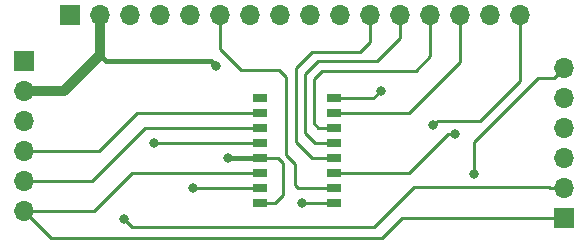
<source format=gbr>
G04 #@! TF.GenerationSoftware,KiCad,Pcbnew,(5.0.0)*
G04 #@! TF.CreationDate,2019-07-27T13:15:58+05:30*
G04 #@! TF.ProjectId,SerialShiftLCD,53657269616C53686966744C43442E6B,rev?*
G04 #@! TF.SameCoordinates,Original*
G04 #@! TF.FileFunction,Copper,L1,Top,Signal*
G04 #@! TF.FilePolarity,Positive*
%FSLAX46Y46*%
G04 Gerber Fmt 4.6, Leading zero omitted, Abs format (unit mm)*
G04 Created by KiCad (PCBNEW (5.0.0)) date 07/27/19 13:15:58*
%MOMM*%
%LPD*%
G01*
G04 APERTURE LIST*
G04 #@! TA.AperFunction,ComponentPad*
%ADD10R,1.700000X1.700000*%
G04 #@! TD*
G04 #@! TA.AperFunction,ComponentPad*
%ADD11O,1.700000X1.700000*%
G04 #@! TD*
G04 #@! TA.AperFunction,SMDPad,CuDef*
%ADD12R,1.300000X0.800000*%
G04 #@! TD*
G04 #@! TA.AperFunction,ViaPad*
%ADD13C,0.800000*%
G04 #@! TD*
G04 #@! TA.AperFunction,Conductor*
%ADD14C,0.254000*%
G04 #@! TD*
G04 #@! TA.AperFunction,Conductor*
%ADD15C,0.812800*%
G04 #@! TD*
G04 #@! TA.AperFunction,Conductor*
%ADD16C,0.381000*%
G04 #@! TD*
G04 APERTURE END LIST*
D10*
G04 #@! TO.P,J1,1*
G04 #@! TO.N,GND*
X102920800Y-51993800D03*
D11*
G04 #@! TO.P,J1,2*
G04 #@! TO.N,+5V*
X102920800Y-54533800D03*
G04 #@! TO.P,J1,3*
G04 #@! TO.N,Net-(J1-Pad3)*
X102920800Y-57073800D03*
G04 #@! TO.P,J1,4*
G04 #@! TO.N,Net-(J1-Pad4)*
X102920800Y-59613800D03*
G04 #@! TO.P,J1,5*
G04 #@! TO.N,Net-(J1-Pad5)*
X102920800Y-62153800D03*
G04 #@! TO.P,J1,6*
G04 #@! TO.N,Net-(J1-Pad6)*
X102920800Y-64693800D03*
G04 #@! TD*
G04 #@! TO.P,J2,6*
G04 #@! TO.N,GND*
X148615400Y-52603400D03*
G04 #@! TO.P,J2,5*
G04 #@! TO.N,+5V*
X148615400Y-55143400D03*
G04 #@! TO.P,J2,4*
G04 #@! TO.N,Net-(J1-Pad3)*
X148615400Y-57683400D03*
G04 #@! TO.P,J2,3*
G04 #@! TO.N,Net-(J1-Pad4)*
X148615400Y-60223400D03*
G04 #@! TO.P,J2,2*
G04 #@! TO.N,Net-(J1-Pad5)*
X148615400Y-62763400D03*
D10*
G04 #@! TO.P,J2,1*
G04 #@! TO.N,Net-(J1-Pad6)*
X148615400Y-65303400D03*
G04 #@! TD*
G04 #@! TO.P,J3,1*
G04 #@! TO.N,GND*
X106807000Y-48158400D03*
D11*
G04 #@! TO.P,J3,2*
G04 #@! TO.N,+5V*
X109347000Y-48158400D03*
G04 #@! TO.P,J3,3*
G04 #@! TO.N,Net-(J3-Pad3)*
X111887000Y-48158400D03*
G04 #@! TO.P,J3,4*
G04 #@! TO.N,Net-(J3-Pad4)*
X114427000Y-48158400D03*
G04 #@! TO.P,J3,5*
G04 #@! TO.N,Net-(J3-Pad5)*
X116967000Y-48158400D03*
G04 #@! TO.P,J3,6*
G04 #@! TO.N,Net-(J3-Pad6)*
X119507000Y-48158400D03*
G04 #@! TO.P,J3,7*
G04 #@! TO.N,Net-(J3-Pad7)*
X122047000Y-48158400D03*
G04 #@! TO.P,J3,8*
G04 #@! TO.N,Net-(J3-Pad8)*
X124587000Y-48158400D03*
G04 #@! TO.P,J3,9*
G04 #@! TO.N,Net-(J3-Pad9)*
X127127000Y-48158400D03*
G04 #@! TO.P,J3,10*
G04 #@! TO.N,Net-(J3-Pad10)*
X129667000Y-48158400D03*
G04 #@! TO.P,J3,11*
G04 #@! TO.N,Net-(J3-Pad11)*
X132207000Y-48158400D03*
G04 #@! TO.P,J3,12*
G04 #@! TO.N,Net-(J3-Pad12)*
X134747000Y-48158400D03*
G04 #@! TO.P,J3,13*
G04 #@! TO.N,Net-(J3-Pad13)*
X137287000Y-48158400D03*
G04 #@! TO.P,J3,14*
G04 #@! TO.N,Net-(J3-Pad14)*
X139827000Y-48158400D03*
G04 #@! TO.P,J3,15*
G04 #@! TO.N,Net-(J3-Pad15)*
X142367000Y-48158400D03*
G04 #@! TO.P,J3,16*
G04 #@! TO.N,Net-(J3-Pad16)*
X144907000Y-48158400D03*
G04 #@! TD*
D12*
G04 #@! TO.P,U1,1*
G04 #@! TO.N,Net-(J3-Pad5)*
X129159400Y-64063800D03*
G04 #@! TO.P,U1,2*
G04 #@! TO.N,Net-(J3-Pad6)*
X129159400Y-62783800D03*
G04 #@! TO.P,U1,3*
G04 #@! TO.N,Net-(Q1-Pad2)*
X129159400Y-61523800D03*
G04 #@! TO.P,U1,4*
G04 #@! TO.N,Net-(J3-Pad11)*
X129159400Y-60253800D03*
G04 #@! TO.P,U1,5*
G04 #@! TO.N,Net-(J3-Pad12)*
X129159400Y-58973800D03*
G04 #@! TO.P,U1,6*
G04 #@! TO.N,Net-(J3-Pad13)*
X129159400Y-57703800D03*
G04 #@! TO.P,U1,7*
G04 #@! TO.N,Net-(J3-Pad14)*
X129159400Y-56443800D03*
G04 #@! TO.P,U1,8*
G04 #@! TO.N,GND*
X129159400Y-55163800D03*
G04 #@! TO.P,U1,9*
G04 #@! TO.N,Net-(U1-Pad9)*
X122859400Y-55163800D03*
G04 #@! TO.P,U1,10*
G04 #@! TO.N,Net-(J1-Pad4)*
X122859400Y-56443800D03*
G04 #@! TO.P,U1,11*
G04 #@! TO.N,Net-(J1-Pad5)*
X122859400Y-57703800D03*
G04 #@! TO.P,U1,12*
G04 #@! TO.N,Net-(J1-Pad3)*
X122859400Y-58973800D03*
G04 #@! TO.P,U1,13*
G04 #@! TO.N,+5V*
X122859400Y-60253800D03*
G04 #@! TO.P,U1,14*
G04 #@! TO.N,Net-(J1-Pad6)*
X122859400Y-61523800D03*
G04 #@! TO.P,U1,15*
G04 #@! TO.N,Net-(J3-Pad4)*
X122859400Y-62783800D03*
G04 #@! TO.P,U1,16*
G04 #@! TO.N,+5V*
X122859400Y-64063800D03*
G04 #@! TD*
D13*
G04 #@! TO.N,GND*
X141020800Y-61620400D03*
X133121400Y-54533800D03*
G04 #@! TO.N,+5V*
X119176800Y-52451000D03*
X120218200Y-60223400D03*
G04 #@! TO.N,Net-(J1-Pad3)*
X113893600Y-59004200D03*
G04 #@! TO.N,Net-(J1-Pad5)*
X111379000Y-65430400D03*
G04 #@! TO.N,Net-(J3-Pad4)*
X117246400Y-62763400D03*
G04 #@! TO.N,Net-(J3-Pad5)*
X126466600Y-64008000D03*
G04 #@! TO.N,Net-(J3-Pad16)*
X137541000Y-57480200D03*
G04 #@! TO.N,Net-(Q1-Pad2)*
X139395200Y-58216800D03*
G04 #@! TD*
D14*
G04 #@! TO.N,GND*
X147765401Y-53453399D02*
X146444601Y-53453399D01*
X148615400Y-52603400D02*
X147765401Y-53453399D01*
X146444601Y-53453399D02*
X141020800Y-58877200D01*
X141020800Y-58877200D02*
X141020800Y-61620400D01*
X129159400Y-55163800D02*
X132491400Y-55163800D01*
X132491400Y-55163800D02*
X133121400Y-54533800D01*
D15*
G04 #@! TO.N,+5V*
X102920800Y-54533800D02*
X106324400Y-54533800D01*
X109347000Y-51511200D02*
X109347000Y-48158400D01*
X106324400Y-54533800D02*
X109347000Y-51511200D01*
D14*
X124150200Y-64063800D02*
X122859400Y-64063800D01*
X123763400Y-60253800D02*
X123768400Y-60248800D01*
X122859400Y-60253800D02*
X123763400Y-60253800D01*
X123768400Y-60248800D02*
X124409200Y-60248800D01*
X124409200Y-60248800D02*
X124841000Y-60680600D01*
X124841000Y-60680600D02*
X124841000Y-63373000D01*
X124841000Y-63373000D02*
X124150200Y-64063800D01*
D16*
X109886801Y-52051001D02*
X109347000Y-51511200D01*
X118776801Y-52051001D02*
X109886801Y-52051001D01*
X119176800Y-52451000D02*
X118776801Y-52051001D01*
X122859400Y-60253800D02*
X120248600Y-60253800D01*
X120248600Y-60253800D02*
X120218200Y-60223400D01*
D14*
G04 #@! TO.N,Net-(J1-Pad3)*
X122859400Y-58973800D02*
X113924000Y-58973800D01*
X113924000Y-58973800D02*
X113893600Y-59004200D01*
G04 #@! TO.N,Net-(J1-Pad4)*
X102920800Y-59613800D02*
X109296200Y-59613800D01*
X112466200Y-56443800D02*
X122859400Y-56443800D01*
X109296200Y-59613800D02*
X112466200Y-56443800D01*
G04 #@! TO.N,Net-(J1-Pad5)*
X102920800Y-62153800D02*
X108686600Y-62153800D01*
X113136600Y-57703800D02*
X122859400Y-57703800D01*
X108686600Y-62153800D02*
X113136600Y-57703800D01*
X147413319Y-62763400D02*
X147362519Y-62712600D01*
X148615400Y-62763400D02*
X147413319Y-62763400D01*
X147362519Y-62712600D02*
X135966200Y-62712600D01*
X135966200Y-62712600D02*
X132562600Y-66116200D01*
X132562600Y-66116200D02*
X112064800Y-66116200D01*
X112064800Y-66116200D02*
X111379000Y-65430400D01*
G04 #@! TO.N,Net-(J1-Pad6)*
X122859400Y-61523800D02*
X112034400Y-61523800D01*
X108864400Y-64693800D02*
X102920800Y-64693800D01*
X112034400Y-61523800D02*
X108864400Y-64693800D01*
X105206800Y-66979800D02*
X102920800Y-64693800D01*
X133248400Y-66979800D02*
X105206800Y-66979800D01*
X148615400Y-65303400D02*
X134924800Y-65303400D01*
X134924800Y-65303400D02*
X133248400Y-66979800D01*
G04 #@! TO.N,Net-(J3-Pad4)*
X122839000Y-62763400D02*
X122859400Y-62783800D01*
X117246400Y-62763400D02*
X122839000Y-62763400D01*
G04 #@! TO.N,Net-(J3-Pad5)*
X129103600Y-64008000D02*
X129159400Y-64063800D01*
X126466600Y-64008000D02*
X129103600Y-64008000D01*
G04 #@! TO.N,Net-(J3-Pad6)*
X126085600Y-62783800D02*
X129159400Y-62783800D01*
X125857000Y-62555200D02*
X126085600Y-62783800D01*
X125857000Y-60756800D02*
X125857000Y-62555200D01*
X125120400Y-53416200D02*
X125120400Y-60020200D01*
X125120400Y-60020200D02*
X125857000Y-60756800D01*
X119507000Y-48158400D02*
X119507000Y-49360481D01*
X119507000Y-49360481D02*
X119481600Y-49385881D01*
X119481600Y-49385881D02*
X119481600Y-51003200D01*
X119481600Y-51003200D02*
X121259600Y-52781200D01*
X121259600Y-52781200D02*
X124485400Y-52781200D01*
X124485400Y-52781200D02*
X125120400Y-53416200D01*
G04 #@! TO.N,Net-(J3-Pad11)*
X127309800Y-60253800D02*
X129159400Y-60253800D01*
X132207000Y-50393600D02*
X131368800Y-51231800D01*
X132207000Y-48158400D02*
X132207000Y-50393600D01*
X131368800Y-51231800D02*
X127330200Y-51231800D01*
X127330200Y-51231800D02*
X125933200Y-52628800D01*
X125933200Y-52628800D02*
X125933200Y-58877200D01*
X125933200Y-58877200D02*
X127309800Y-60253800D01*
G04 #@! TO.N,Net-(J3-Pad12)*
X134747000Y-48158400D02*
X134747000Y-50114200D01*
X134747000Y-50114200D02*
X132842000Y-52019200D01*
X132842000Y-52019200D02*
X127838200Y-52019200D01*
X127838200Y-52019200D02*
X126695200Y-53162200D01*
X126695200Y-53162200D02*
X126695200Y-58115200D01*
X127553800Y-58973800D02*
X129159400Y-58973800D01*
X126695200Y-58115200D02*
X127553800Y-58973800D01*
G04 #@! TO.N,Net-(J3-Pad13)*
X129159400Y-57703800D02*
X127833200Y-57703800D01*
X127833200Y-57703800D02*
X127431800Y-57302400D01*
X127431800Y-57302400D02*
X127431800Y-53568600D01*
X127431800Y-53568600D02*
X128143000Y-52857400D01*
X128143000Y-52857400D02*
X136067800Y-52857400D01*
X137287000Y-51638200D02*
X137287000Y-48158400D01*
X136067800Y-52857400D02*
X137287000Y-51638200D01*
G04 #@! TO.N,Net-(J3-Pad14)*
X129159400Y-56443800D02*
X135478600Y-56443800D01*
X139827000Y-52095400D02*
X139827000Y-48158400D01*
X135478600Y-56443800D02*
X139827000Y-52095400D01*
G04 #@! TO.N,Net-(J3-Pad16)*
X137940999Y-57080201D02*
X141522399Y-57080201D01*
X137541000Y-57480200D02*
X137940999Y-57080201D01*
X144907000Y-53695600D02*
X144907000Y-48158400D01*
X141522399Y-57080201D02*
X144907000Y-53695600D01*
G04 #@! TO.N,Net-(Q1-Pad2)*
X130063400Y-61523800D02*
X129159400Y-61523800D01*
X135522515Y-61523800D02*
X130063400Y-61523800D01*
X138829515Y-58216800D02*
X135522515Y-61523800D01*
X139395200Y-58216800D02*
X138829515Y-58216800D01*
G04 #@! TD*
M02*

</source>
